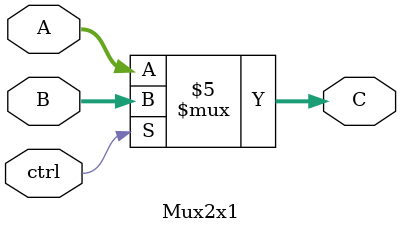
<source format=v>
`timescale 1ns / 1ps
module Mux2x1(
    input [31:0] A,
    input [31:0] B,
    input ctrl,
    output reg [31:0] C
    );

initial begin
C <= 0;
end

always @(*)
begin

if(~ctrl)
	C <= A;
	
else
	C <= B;

end

endmodule

</source>
